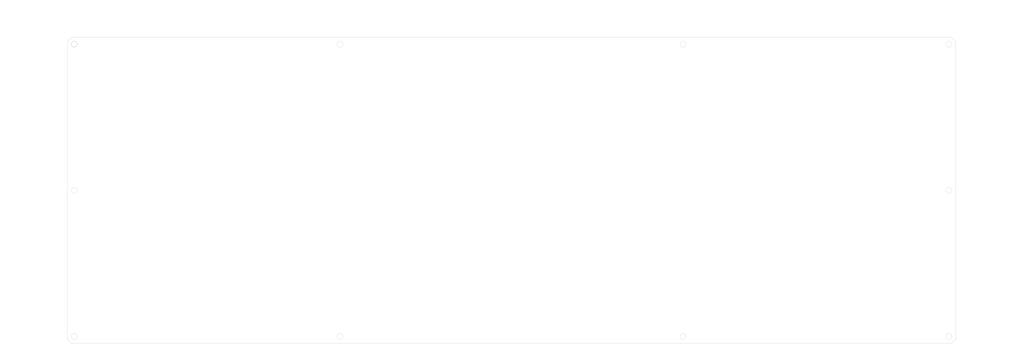
<source format=kicad_pcb>
(kicad_pcb (version 20221018) (generator pcbnew)

  (general
    (thickness 1.6)
  )

  (paper "A3")
  (title_block
    (title "GL516 Decoration plate Dimensional drawing")
    (date "2022-01-03")
  )

  (layers
    (0 "F.Cu" signal)
    (31 "B.Cu" signal)
    (32 "B.Adhes" user "B.Adhesive")
    (33 "F.Adhes" user "F.Adhesive")
    (34 "B.Paste" user)
    (35 "F.Paste" user)
    (36 "B.SilkS" user "B.Silkscreen")
    (37 "F.SilkS" user "F.Silkscreen")
    (38 "B.Mask" user)
    (39 "F.Mask" user)
    (40 "Dwgs.User" user "User.Drawings")
    (41 "Cmts.User" user "User.Comments")
    (42 "Eco1.User" user "User.Eco1")
    (43 "Eco2.User" user "User.Eco2")
    (44 "Edge.Cuts" user)
    (45 "Margin" user)
    (46 "B.CrtYd" user "B.Courtyard")
    (47 "F.CrtYd" user "F.Courtyard")
    (48 "B.Fab" user)
    (49 "F.Fab" user)
  )

  (setup
    (pad_to_mask_clearance 0)
    (pcbplotparams
      (layerselection 0x0001000_7ffffffe)
      (plot_on_all_layers_selection 0x0000000_00000000)
      (disableapertmacros false)
      (usegerberextensions true)
      (usegerberattributes false)
      (usegerberadvancedattributes false)
      (creategerberjobfile false)
      (dashed_line_dash_ratio 12.000000)
      (dashed_line_gap_ratio 3.000000)
      (svgprecision 4)
      (plotframeref false)
      (viasonmask false)
      (mode 1)
      (useauxorigin false)
      (hpglpennumber 1)
      (hpglpenspeed 20)
      (hpglpendiameter 15.000000)
      (dxfpolygonmode true)
      (dxfimperialunits true)
      (dxfusepcbnewfont true)
      (psnegative false)
      (psa4output false)
      (plotreference true)
      (plotvalue true)
      (plotinvisibletext false)
      (sketchpadsonfab false)
      (subtractmaskfromsilk false)
      (outputformat 4)
      (mirror false)
      (drillshape 0)
      (scaleselection 1)
      (outputdirectory "C:/Users/サリチル酸/Desktop/")
    )
  )

  (net 0 "")

  (gr_line (start 379.325 75.55) (end 367.602935 87.272065)
    (stroke (width 0.15) (type solid)) (layer "Eco1.User") (tstamp 25bdc82d-5e33-4868-a8bb-592acbcacf7e))
  (gr_line (start 33.575 75.55) (end 44.325 86.3)
    (stroke (width 0.15) (type solid)) (layer "Eco1.User") (tstamp 43c61254-d050-4190-b0f1-d74b23c6075c))
  (gr_line (start 379.325 75.55) (end 394.325 75.55)
    (stroke (width 0.15) (type solid)) (layer "Eco1.User") (tstamp 69b14ee8-63ff-4b81-8a0d-aab45d39c8dd))
  (gr_line (start 33.575 75.55) (end 20.575 75.55)
    (stroke (width 0.15) (type solid)) (layer "Eco1.User") (tstamp a72bbefd-aba4-4db7-86a9-5cbcc1ef4dc6))
  (gr_line (start 43.575 87.05) (end 45.075 85.55)
    (stroke (width 0.1) (type solid)) (layer "Edge.Cuts") (tstamp 00000000-0000-0000-0000-000060883437))
  (gr_line (start 369.325 87.05) (end 367.825 85.55)
    (stroke (width 0.1) (type solid)) (layer "Edge.Cuts") (tstamp 00000000-0000-0000-0000-000060883444))
  (gr_line (start 45.075 197.75) (end 43.575 196.25)
    (stroke (width 0.1) (type solid)) (layer "Edge.Cuts") (tstamp 00000000-0000-0000-0000-000060883451))
  (gr_circle (center 366.825 141.65) (end 367.925 141.65)
    (stroke (width 0.1) (type solid)) (fill none) (layer "Edge.Cuts") (tstamp 00000000-0000-0000-0000-000061cf0b27))
  (gr_circle (center 143.575 88.05) (end 144.675 88.05)
    (stroke (width 0.1) (type solid)) (fill none) (layer "Edge.Cuts") (tstamp 02066259-be3a-4b16-a1dc-57a3f7f8c305))
  (gr_circle (center 46.075 195.25) (end 47.175 195.25)
    (stroke (width 0.1) (type solid)) (fill none) (layer "Edge.Cuts") (tstamp 1e587002-2211-4465-b2a5-0e0bd9870bec))
  (gr_circle (center 46.075 141.65) (end 47.175 141.65)
    (stroke (width 0.1) (type solid)) (fill none) (layer "Edge.Cuts") (tstamp 29a0cebf-be1d-4afd-a01c-e73fe5f0f4a7))
  (gr_line (start 369.325 196.25) (end 369.325 87.05)
    (stroke (width 0.1) (type solid)) (layer "Edge.Cuts") (tstamp 30fbf8c7-4abd-4c8c-9e50-fadaf9b322ca))
  (gr_circle (center 366.825 88.05) (end 367.925 88.05)
    (stroke (width 0.1) (type solid)) (fill none) (layer "Edge.Cuts") (tstamp 3213a2cd-af6b-4d82-9640-b3d1e6b33720))
  (gr_line (start 43.575 87.05) (end 43.575 196.25)
    (stroke (width 0.1) (type solid)) (layer "Edge.Cuts") (tstamp 390ab602-410a-4a84-989e-7ec93614ff61))
  (gr_circle (center 366.825 195.25) (end 367.925 195.25)
    (stroke (width 0.1) (type solid)) (fill none) (layer "Edge.Cuts") (tstamp 49719f2d-6b2e-4142-b51b-cbaed57027e9))
  (gr_circle (center 269.325 88.05) (end 270.425 88.05)
    (stroke (width 0.1) (type solid)) (fill none) (layer "Edge.Cuts") (tstamp 601105c8-6a63-4c9e-bf0e-9e164977511a))
  (gr_circle (center 143.575 195.25) (end 144.675 195.25)
    (stroke (width 0.1) (type solid)) (fill none) (layer "Edge.Cuts") (tstamp 605ba417-f552-4146-85e7-b554ff5ca72f))
  (gr_line (start 367.825 85.55) (end 45.075 85.55)
    (stroke (width 0.1) (type solid)) (layer "Edge.Cuts") (tstamp 62b686ab-2811-4406-85cf-5079c7640ad2))
  (gr_line (start 45.075 197.75) (end 367.825 197.75)
    (stroke (width 0.1) (type solid)) (layer "Edge.Cuts") (tstamp 7565eb72-72fc-466e-b513-16f68a4b4e14))
  (gr_circle (center 269.325 195.25) (end 270.425 195.25)
    (stroke (width 0.1) (type solid)) (fill none) (layer "Edge.Cuts") (tstamp a21a10f3-8e3a-4e98-b265-5441d09d82cd))
  (gr_circle (center 46.075 88.05) (end 47.175 88.05)
    (stroke (width 0.15) (type solid)) (fill none) (layer "Edge.Cuts") (tstamp a66cb63e-cf2e-4c0d-b13f-45f4f0fafc9a))
  (gr_line (start 367.825 197.75) (end 369.325 196.25)
    (stroke (width 0.1) (type solid)) (layer "Edge.Cuts") (tstamp f22bdde2-37d3-4792-986e-07c9f2068f1d))
  (gr_line (start 51.575 191.75) (end 361.325 191.75)
    (stroke (width 0.15) (type solid)) (layer "F.Fab") (tstamp 00000000-0000-0000-0000-000060882425))
  (gr_arc (start 364.325 188.75) (mid 363.44632 190.87132) (end 361.325 191.75)
    (stroke (width 0.15) (type solid)) (layer "F.Fab") (tstamp 00000000-0000-0000-0000-00006088248e))
  (gr_arc (start 361.325 91.55) (mid 363.44632 92.42868) (end 364.325 94.55)
    (stroke (width 0.15) (type solid)) (layer "F.Fab") (tstamp 00000000-0000-0000-0000-0000608824be))
  (gr_arc (start 48.575 94.55) (mid 49.45368 92.42868) (end 51.575 91.55)
    (stroke (width 0.15) (type solid)) (layer "F.Fab") (tstamp 00000000-0000-0000-0000-0000608824f3))
  (gr_arc (start 51.575 191.75) (mid 49.45368 190.87132) (end 48.575 188.75)
    (stroke (width 0.15) (type solid)) (layer "F.Fab") (tstamp 00000000-0000-0000-0000-00006088250d))
  (gr_line (start 364.325 94.55) (end 364.325 188.75)
    (stroke (width 0.15) (type solid)) (layer "F.Fab") (tstamp 00000000-0000-0000-0000-000060e7b735))
  (gr_line (start 48.575 188.75) (end 48.575 94.55)
    (stroke (width 0.15) (type solid)) (layer "F.Fab") (tstamp 00000000-0000-0000-0000-000060e7b748))
  (gr_line (start 51.575 91.55) (end 361.325 91.55)
    (stroke (width 0.15) (type solid)) (layer "F.Fab") (tstamp 65cbcfe7-8a96-4c0c-bd3d-268619404151))
  (gr_text "10-Φ2.2" (at 380.325 74.05) (layer "Eco1.User") (tstamp 00000000-0000-0000-0000-000061cf0df5)
    (effects (font (size 2 2) (thickness 0.2)) (justify left))
  )
  (gr_text "4-C1.5" (at 32.575 74.05) (layer "Eco1.User") (tstamp 7f6f96f3-72c1-4b14-920b-288221148a56)
    (effects (font (size 2 2) (thickness 0.2)) (justify right))
  )
  (dimension (type aligned) (layer "Eco1.User") (tstamp 1e9a832a-40c0-48e6-a993-6174ef6b34f1)
    (pts (xy 367.825 197.75) (xy 367.825 85.55))
    (height 11.5)
    (gr_text "112.2000 mm" (at 377.125 141.65 90) (layer "Eco1.User") (tstamp 1e9a832a-40c0-48e6-a993-6174ef6b34f1)
      (effects (font (size 2 2) (thickness 0.2)))
    )
    (format (prefix "") (suffix "") (units 2) (units_format 1) (precision 4))
    (style (thickness 0.15) (arrow_length 1.27) (text_position_mode 0) (extension_height 0.58642) (extension_offset 0) keep_text_aligned)
  )
  (dimension (type aligned) (layer "Eco1.User") (tstamp 3784a8b1-8a14-40f7-aa26-a645dfd9aff7)
    (pts (xy 46.075 88.05) (xy 46.075 141.65))
    (height 7.5)
    (gr_text "53.6000 mm" (at 36.375 114.85 90) (layer "Eco1.User") (tstamp 3784a8b1-8a14-40f7-aa26-a645dfd9aff7)
      (effects (font (size 2 2) (thickness 0.2)))
    )
    (format (prefix "") (suffix "") (units 2) (units_format 1) (precision 4))
    (style (thickness 0.15) (arrow_length 1.27) (text_position_mode 0) (extension_height 0.58642) (extension_offset 0) keep_text_aligned)
  )
  (dimension (type aligned) (layer "Eco1.User") (tstamp 421fdf86-6bc8-41b4-a592-daed4d5cb513)
    (pts (xy 369.325 87.05) (xy 43.575 87.05))
    (height 11.5)
    (gr_text "325.7500 mm" (at 206.45 73.35) (layer "Eco1.User") (tstamp 421fdf86-6bc8-41b4-a592-daed4d5cb513)
      (effects (font (size 2 2) (thickness 0.2)))
    )
    (format (prefix "") (suffix "") (units 2) (units_format 1) (precision 4))
    (style (thickness 0.15) (arrow_length 1.27) (text_position_mode 0) (extension_height 0.58642) (extension_offset 0) keep_text_aligned)
  )
  (dimension (type aligned) (layer "Eco1.User") (tstamp 5d4ef40a-604f-4039-b0ed-ad64d95ef0e2)
    (pts (xy 361.325 191.75) (xy 361.325 91.55))
    (height 13)
    (gr_text "100.2000 mm" (at 372.125 141.65 90) (layer "Eco1.User") (tstamp 5d4ef40a-604f-4039-b0ed-ad64d95ef0e2)
      (effects (font (size 2 2) (thickness 0.2)))
    )
    (format (prefix "") (suffix "") (units 2) (units_format 1) (precision 4))
    (style (thickness 0.15) (arrow_length 1.27) (text_position_mode 0) (extension_height 0.58642) (extension_offset 0) keep_text_aligned)
  )
  (dimension (type aligned) (layer "Eco1.User") (tstamp 62e5fd40-8a20-461b-851e-9986fd50f466)
    (pts (xy 43.575 195.25) (xy 46.075 195.25))
    (height 7.5)
    (gr_text "2.5000 mm" (at 44.825 200.55) (layer "Eco1.User") (tstamp 62e5fd40-8a20-461b-851e-9986fd50f466)
      (effects (font (size 2 2) (thickness 0.2)) (justify right))
    )
    (format (prefix "") (suffix "") (units 2) (units_format 1) (precision 4))
    (style (thickness 0.15) (arrow_length 1.27) (text_position_mode 0) (extension_height 0.58642) (extension_offset 0) keep_text_aligned)
  )
  (dimension (type aligned) (layer "Eco1.User") (tstamp 8d3c936f-d654-44d5-bdf1-0e7d6af2719e)
    (pts (xy 143.575 195.25) (xy 46.075 195.25))
    (height -7.5)
    (gr_text "97.5000 mm" (at 94.825 200.55) (layer "Eco1.User") (tstamp 8d3c936f-d654-44d5-bdf1-0e7d6af2719e)
      (effects (font (size 2 2) (thickness 0.2)))
    )
    (format (prefix "") (suffix "") (units 2) (units_format 1) (precision 4))
    (style (thickness 0.15) (arrow_length 1.27) (text_position_mode 0) (extension_height 0.58642) (extension_offset 0) keep_text_aligned)
  )
  (dimension (type aligned) (layer "Eco1.User") (tstamp af6d4e90-3b66-46bf-b498-13cb3f93d185)
    (pts (xy 46.075 197.75) (xy 46.075 195.25))
    (height -7.5)
    (gr_text "2.5000 mm" (at 36.375 196.5 90) (layer "Eco1.User") (tstamp af6d4e90-3b66-46bf-b498-13cb3f93d185)
      (effects (font (size 2 2) (thickness 0.2)) (justify right))
    )
    (format (prefix "") (suffix "") (units 2) (units_format 1) (precision 4))
    (style (thickness 0.15) (arrow_length 1.27) (text_position_mode 0) (extension_height 0.58642) (extension_offset 0) keep_text_aligned)
  )
  (dimension (type aligned) (layer "Eco1.User") (tstamp b4c10623-410c-47ce-8c4e-8ce0862f365d)
    (pts (xy 46.075 141.65) (xy 46.075 195.25))
    (height 7.5)
    (gr_text "53.6000 mm" (at 36.375 168.45 90) (layer "Eco1.User") (tstamp b4c10623-410c-47ce-8c4e-8ce0862f365d)
      (effects (font (size 2 2) (thickness 0.2)))
    )
    (format (prefix "") (suffix "") (units 2) (units_format 1) (precision 4))
    (style (thickness 0.15) (arrow_length 1.27) (text_position_mode 0) (extension_height 0.58642) (extension_offset 0) keep_text_aligned)
  )
  (dimension (type aligned) (layer "Eco1.User") (tstamp badf8449-493e-4cdd-9f67-a4614db34f00)
    (pts (xy 269.325 195.25) (xy 143.575 195.25))
    (height -7.5)
    (gr_text "125.7500 mm" (at 206.45 200.55) (layer "Eco1.User") (tstamp badf8449-493e-4cdd-9f67-a4614db34f00)
      (effects (font (size 2 2) (thickness 0.2)))
    )
    (format (prefix "") (suffix "") (units 2) (units_format 1) (precision 4))
    (style (thickness 0.15) (arrow_length 1.27) (text_position_mode 0) (extension_height 0.58642) (extension_offset 0) keep_text_aligned)
  )
  (dimension (type aligned) (layer "Eco1.User") (tstamp c51f741d-4836-44a8-b2c9-607017fb9b7a)
    (pts (xy 366.825 195.25) (xy 269.325 195.25))
    (height -7.5)
    (gr_text "97.5000 mm" (at 318.075 200.55) (layer "Eco1.User") (tstamp c51f741d-4836-44a8-b2c9-607017fb9b7a)
      (effects (font (size 2 2) (thickness 0.2)))
    )
    (format (prefix "") (suffix "") (units 2) (units_format 1) (precision 4))
    (style (thickness 0.15) (arrow_length 1.27) (text_position_mode 0) (extension_height 0.58642) (extension_offset 0) keep_text_aligned)
  )
  (dimension (type aligned) (layer "Eco1.User") (tstamp e5a6dd32-dd4b-49b9-8ace-5b2aef42c0c4)
    (pts (xy 46.075 85.55) (xy 46.075 88.05))
    (height 7.5)
    (gr_text "2.5000 mm" (at 36.375 86.8 90) (layer "Eco1.User") (tstamp e5a6dd32-dd4b-49b9-8ace-5b2aef42c0c4)
      (effects (font (size 2 2) (thickness 0.2)) (justify right))
    )
    (format (prefix "") (suffix "") (units 2) (units_format 1) (precision 4))
    (style (thickness 0.15) (arrow_length 1.27) (text_position_mode 0) (extension_height 0.58642) (extension_offset 0) keep_text_aligned)
  )
  (dimension (type aligned) (layer "Eco1.User") (tstamp e672204c-25f2-45e8-8ed7-17943a970f01)
    (pts (xy 369.325 195.25) (xy 366.825 195.25))
    (height -7.5)
    (gr_text "2.5000 mm" (at 368.075 200.55) (layer "Eco1.User") (tstamp e672204c-25f2-45e8-8ed7-17943a970f01)
      (effects (font (size 2 2) (thickness 0.2)) (justify right))
    )
    (format (prefix "") (suffix "") (units 2) (units_format 1) (precision 4))
    (style (thickness 0.15) (arrow_length 1.27) (text_position_mode 0) (extension_height 0.58642) (extension_offset 0) keep_text_aligned)
  )
  (dimension (type aligned) (layer "Eco1.User") (tstamp f998911f-c056-4891-a6a3-b19160010b6f)
    (pts (xy 364.325 94.55) (xy 48.575 94.55))
    (height 14)
    (gr_text "315.7500 mm" (at 206.45 78.35) (layer "Eco1.User") (tstamp f998911f-c056-4891-a6a3-b19160010b6f)
      (effects (font (size 2 2) (thickness 0.2)))
    )
    (format (prefix "") (suffix "") (units 2) (units_format 1) (precision 4))
    (style (thickness 0.15) (arrow_length 1.27) (text_position_mode 0) (extension_height 0.58642) (extension_offset 0) keep_text_aligned)
  )

)

</source>
